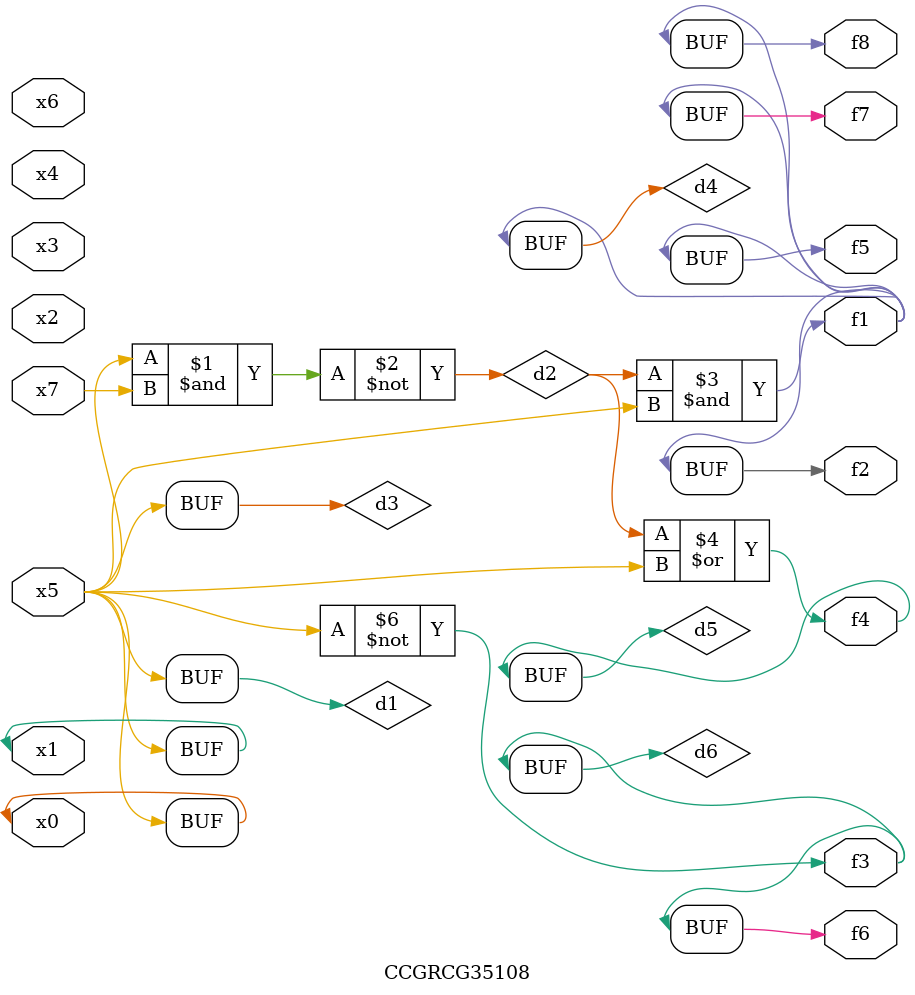
<source format=v>
module CCGRCG35108(
	input x0, x1, x2, x3, x4, x5, x6, x7,
	output f1, f2, f3, f4, f5, f6, f7, f8
);

	wire d1, d2, d3, d4, d5, d6;

	buf (d1, x0, x5);
	nand (d2, x5, x7);
	buf (d3, x0, x1);
	and (d4, d2, d3);
	or (d5, d2, d3);
	nor (d6, d1, d3);
	assign f1 = d4;
	assign f2 = d4;
	assign f3 = d6;
	assign f4 = d5;
	assign f5 = d4;
	assign f6 = d6;
	assign f7 = d4;
	assign f8 = d4;
endmodule

</source>
